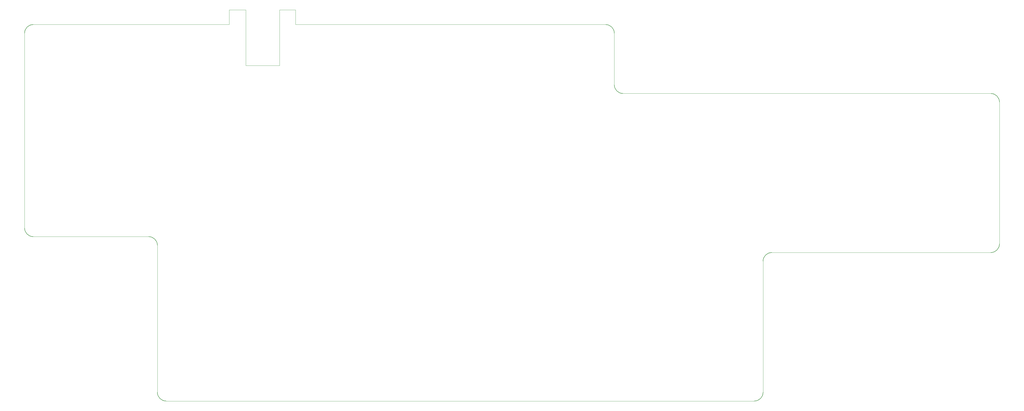
<source format=gbr>
%TF.GenerationSoftware,KiCad,Pcbnew,7.0.10*%
%TF.CreationDate,2024-02-02T19:17:30-06:00*%
%TF.ProjectId,genbox,67656e62-6f78-42e6-9b69-6361645f7063,rev?*%
%TF.SameCoordinates,Original*%
%TF.FileFunction,Profile,NP*%
%FSLAX46Y46*%
G04 Gerber Fmt 4.6, Leading zero omitted, Abs format (unit mm)*
G04 Created by KiCad (PCBNEW 7.0.10) date 2024-02-02 19:17:30*
%MOMM*%
%LPD*%
G01*
G04 APERTURE LIST*
%TA.AperFunction,Profile*%
%ADD10C,0.150000*%
%TD*%
%TA.AperFunction,Profile*%
%ADD11C,0.100000*%
%TD*%
G04 APERTURE END LIST*
D10*
X394500000Y-99250000D02*
G75*
G03*
X391250000Y-96000000I-3250000J0D01*
G01*
X77500000Y-208750000D02*
G75*
G03*
X80750000Y-212000000I3250000J0D01*
G01*
D11*
X104500000Y-70000000D02*
X30750000Y-70000000D01*
D10*
X249500000Y-73250000D02*
G75*
G03*
X246250000Y-70000000I-3250000J0D01*
G01*
D11*
X110750000Y-85500000D02*
X110750000Y-64500000D01*
X123500000Y-85500000D02*
X110750000Y-85500000D01*
D10*
X249500000Y-92750000D02*
G75*
G03*
X252750000Y-96000000I3250000J0D01*
G01*
D11*
X246250000Y-70000000D02*
X129500000Y-70000000D01*
X27500000Y-73250000D02*
X27500000Y-146750000D01*
D10*
X308750000Y-156000000D02*
G75*
G03*
X305500000Y-159250000I0J-3250000D01*
G01*
D11*
X129500000Y-70000000D02*
X129500000Y-64500000D01*
X30750000Y-150000000D02*
X74250000Y-150000000D01*
X394500000Y-152750000D02*
X394500000Y-99250000D01*
X80750000Y-212000000D02*
X302250000Y-212000000D01*
X249500000Y-92750000D02*
X249500000Y-73250000D01*
D10*
X391250000Y-156000000D02*
G75*
G03*
X394500000Y-152750000I0J3250000D01*
G01*
X27500000Y-146750000D02*
G75*
G03*
X30750000Y-150000000I3250000J0D01*
G01*
D11*
X305500000Y-208750000D02*
X305500000Y-159250000D01*
X308750000Y-156000000D02*
X391250000Y-156000000D01*
X77500000Y-153250000D02*
X77500000Y-208750000D01*
X391250000Y-96000000D02*
X252750000Y-96000000D01*
D10*
X77500000Y-153250000D02*
G75*
G03*
X74250000Y-150000000I-3250000J0D01*
G01*
D11*
X129500000Y-64500000D02*
X123500000Y-64500000D01*
D10*
X30750000Y-70000000D02*
G75*
G03*
X27500000Y-73250000I0J-3250000D01*
G01*
X302250000Y-212000000D02*
G75*
G03*
X305500000Y-208750000I0J3250000D01*
G01*
D11*
X123500000Y-64500000D02*
X123500000Y-85500000D01*
X104500000Y-64500000D02*
X104500000Y-70000000D01*
X110750000Y-64500000D02*
X104500000Y-64500000D01*
M02*

</source>
